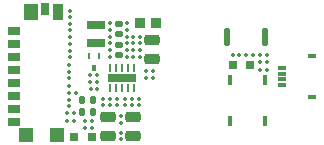
<source format=gbr>
%TF.GenerationSoftware,KiCad,Pcbnew,8.0.7*%
%TF.CreationDate,2025-01-03T20:06:20-08:00*%
%TF.ProjectId,Miniscope-v4-Wire-Free,4d696e69-7363-46f7-9065-2d76342d5769,rev?*%
%TF.SameCoordinates,Original*%
%TF.FileFunction,Paste,Top*%
%TF.FilePolarity,Positive*%
%FSLAX46Y46*%
G04 Gerber Fmt 4.6, Leading zero omitted, Abs format (unit mm)*
G04 Created by KiCad (PCBNEW 8.0.7) date 2025-01-03 20:06:20*
%MOMM*%
%LPD*%
G01*
G04 APERTURE LIST*
G04 Aperture macros list*
%AMRoundRect*
0 Rectangle with rounded corners*
0 $1 Rounding radius*
0 $2 $3 $4 $5 $6 $7 $8 $9 X,Y pos of 4 corners*
0 Add a 4 corners polygon primitive as box body*
4,1,4,$2,$3,$4,$5,$6,$7,$8,$9,$2,$3,0*
0 Add four circle primitives for the rounded corners*
1,1,$1+$1,$2,$3*
1,1,$1+$1,$4,$5*
1,1,$1+$1,$6,$7*
1,1,$1+$1,$8,$9*
0 Add four rect primitives between the rounded corners*
20,1,$1+$1,$2,$3,$4,$5,0*
20,1,$1+$1,$4,$5,$6,$7,0*
20,1,$1+$1,$6,$7,$8,$9,0*
20,1,$1+$1,$8,$9,$2,$3,0*%
G04 Aperture macros list end*
%ADD10R,1.200000X1.150000*%
%ADD11R,1.200000X1.450000*%
%ADD12R,0.700000X1.000000*%
%ADD13R,0.900000X1.400000*%
%ADD14R,1.000000X0.700000*%
%ADD15RoundRect,0.145000X0.145000X0.170000X-0.145000X0.170000X-0.145000X-0.170000X0.145000X-0.170000X0*%
%ADD16RoundRect,0.077500X0.092500X-0.077500X0.092500X0.077500X-0.092500X0.077500X-0.092500X-0.077500X0*%
%ADD17RoundRect,0.077500X-0.077500X-0.092500X0.077500X-0.092500X0.077500X0.092500X-0.077500X0.092500X0*%
%ADD18RoundRect,0.077500X-0.092500X0.077500X-0.092500X-0.077500X0.092500X-0.077500X0.092500X0.077500X0*%
%ADD19RoundRect,0.077500X0.077500X0.092500X-0.077500X0.092500X-0.077500X-0.092500X0.077500X-0.092500X0*%
%ADD20RoundRect,0.232500X0.427500X-0.232500X0.427500X0.232500X-0.427500X0.232500X-0.427500X-0.232500X0*%
%ADD21RoundRect,0.145000X-0.170000X0.145000X-0.170000X-0.145000X0.170000X-0.145000X0.170000X0.145000X0*%
%ADD22RoundRect,0.222500X0.222500X0.237500X-0.222500X0.237500X-0.222500X-0.237500X0.222500X-0.237500X0*%
%ADD23R,1.500000X0.800000*%
%ADD24R,0.270000X0.640000*%
%ADD25R,2.390000X0.640000*%
%ADD26R,0.210000X0.490000*%
%ADD27R,0.300000X0.490000*%
%ADD28R,0.800000X0.300000*%
%ADD29R,0.800000X0.400000*%
%ADD30R,0.370000X0.810000*%
%ADD31RoundRect,0.137500X0.137500X0.612500X-0.137500X0.612500X-0.137500X-0.612500X0.137500X-0.612500X0*%
%ADD32R,0.800000X0.800000*%
%ADD33R,0.770000X0.710000*%
G04 APERTURE END LIST*
D10*
%TO.C,J1*%
X81300000Y-69425000D03*
X83890000Y-69425000D03*
D11*
X81740000Y-59025000D03*
D12*
X82890000Y-58800000D03*
D13*
X84040000Y-59000000D03*
D14*
X80250000Y-60650000D03*
X80250000Y-61750000D03*
X80250000Y-62850000D03*
X80250000Y-63950000D03*
X80250000Y-65050000D03*
X80250000Y-66150000D03*
X80250000Y-67250000D03*
X80250000Y-68350000D03*
%TD*%
D15*
%TO.C,C2*%
X86933200Y-67468000D03*
X86043200Y-67468000D03*
%TD*%
D16*
%TO.C,C3*%
X87807400Y-66918200D03*
X87807400Y-66368200D03*
%TD*%
%TO.C,C4*%
X90857000Y-66917500D03*
X90857000Y-66367500D03*
%TD*%
%TO.C,C5*%
X89307600Y-69800400D03*
X89307600Y-69250400D03*
%TD*%
D17*
%TO.C,C12*%
X98807800Y-62671200D03*
X99357800Y-62671200D03*
%TD*%
D16*
%TO.C,C13*%
X91424700Y-64614800D03*
X91424700Y-64064800D03*
%TD*%
%TO.C,C17*%
X88418600Y-62840800D03*
X88418600Y-62290800D03*
%TD*%
%TO.C,C42*%
X84950000Y-64105000D03*
X84950000Y-63555000D03*
%TD*%
D17*
%TO.C,C43*%
X84960000Y-65870000D03*
X85510000Y-65870000D03*
%TD*%
D18*
%TO.C,C45*%
X85038800Y-62316200D03*
X85038800Y-62866200D03*
%TD*%
D16*
%TO.C,C46*%
X85013400Y-61723200D03*
X85013400Y-61173200D03*
%TD*%
%TO.C,C47*%
X84962600Y-67006400D03*
X84962600Y-66456400D03*
%TD*%
D19*
%TO.C,R1*%
X86861000Y-68230000D03*
X86311000Y-68230000D03*
%TD*%
D17*
%TO.C,R2*%
X86311000Y-68843400D03*
X86861000Y-68843400D03*
%TD*%
D16*
%TO.C,R3*%
X88418600Y-66917500D03*
X88418600Y-66367500D03*
%TD*%
%TO.C,R5*%
X89026600Y-66917500D03*
X89026600Y-66367500D03*
%TD*%
%TO.C,R6*%
X89637800Y-66917500D03*
X89637800Y-66367500D03*
%TD*%
D19*
%TO.C,R7*%
X101699000Y-62671200D03*
X101149000Y-62671200D03*
%TD*%
D20*
%TO.C,L2*%
X90374400Y-69532600D03*
X90374400Y-67892600D03*
%TD*%
D16*
%TO.C,C18*%
X88418600Y-61702200D03*
X88418600Y-61152200D03*
%TD*%
%TO.C,C23*%
X90907800Y-61697800D03*
X90907800Y-61147800D03*
%TD*%
D18*
%TO.C,C29*%
X90907800Y-62290800D03*
X90907800Y-62840800D03*
%TD*%
D16*
%TO.C,C19*%
X90374400Y-61697800D03*
X90374400Y-61147800D03*
%TD*%
%TO.C,C22*%
X89841000Y-62840800D03*
X89841000Y-62290800D03*
%TD*%
D18*
%TO.C,C25*%
X90374400Y-62290800D03*
X90374400Y-62840800D03*
%TD*%
D21*
%TO.C,C26*%
X89129800Y-60025800D03*
X89129800Y-60915800D03*
%TD*%
D16*
%TO.C,C28*%
X89841000Y-61697800D03*
X89841000Y-61147800D03*
%TD*%
D21*
%TO.C,C35*%
X89129800Y-61816000D03*
X89129800Y-62706000D03*
%TD*%
D22*
%TO.C,L3*%
X92293400Y-59988400D03*
X90963400Y-59988400D03*
%TD*%
D16*
%TO.C,R11*%
X85013400Y-59460760D03*
X85013400Y-58910760D03*
%TD*%
D18*
%TO.C,R12*%
X85008320Y-60043600D03*
X85008320Y-60593600D03*
%TD*%
D19*
%TO.C,R13*%
X85337000Y-68230000D03*
X84787000Y-68230000D03*
%TD*%
%TO.C,R14*%
X85340800Y-67620400D03*
X84790800Y-67620400D03*
%TD*%
D23*
%TO.C,Y2*%
X87250200Y-61664800D03*
X87250200Y-60164800D03*
%TD*%
D20*
%TO.C,L5*%
X91988240Y-63028360D03*
X91988240Y-61388360D03*
%TD*%
D16*
%TO.C,C20*%
X88418600Y-60559200D03*
X88418600Y-60009200D03*
%TD*%
D15*
%TO.C,C1*%
X86933200Y-66502800D03*
X86043200Y-66502800D03*
%TD*%
D16*
%TO.C,R4*%
X90247400Y-66917500D03*
X90247400Y-66367500D03*
%TD*%
D24*
%TO.C,U3*%
X90434600Y-63757800D03*
X89934600Y-63757800D03*
X89434600Y-63757800D03*
X88934600Y-63757800D03*
X88434600Y-63757800D03*
X88434600Y-65437800D03*
X88934600Y-65437800D03*
X89434600Y-65437800D03*
X89934600Y-65437800D03*
X90434600Y-65437800D03*
D25*
X89434600Y-64597800D03*
%TD*%
D26*
%TO.C,Q1*%
X87472400Y-62746600D03*
X86672400Y-62746600D03*
D27*
X87072400Y-63756600D03*
%TD*%
D19*
%TO.C,C14*%
X87305500Y-65000200D03*
X86755500Y-65000200D03*
%TD*%
%TO.C,R10*%
X87318200Y-65584400D03*
X86768200Y-65584400D03*
%TD*%
%TO.C,R9*%
X87305500Y-64403300D03*
X86755500Y-64403300D03*
%TD*%
D20*
%TO.C,L1*%
X88215400Y-69532600D03*
X88215400Y-67892600D03*
%TD*%
D19*
%TO.C,R8*%
X100500800Y-62671200D03*
X99950800Y-62671200D03*
%TD*%
D28*
%TO.C,J3*%
X103000000Y-65250000D03*
X103000000Y-64750000D03*
X103000000Y-64250000D03*
X103000000Y-63750000D03*
D29*
X105500000Y-66250000D03*
X105500000Y-62750000D03*
%TD*%
D30*
%TO.C,U5*%
X101548000Y-64797000D03*
X98548000Y-64797000D03*
X98548000Y-68267000D03*
X101548000Y-68267000D03*
%TD*%
D17*
%TO.C,R15*%
X101144600Y-63915800D03*
X101694600Y-63915800D03*
%TD*%
D19*
%TO.C,R18*%
X101694600Y-63300000D03*
X101144600Y-63300000D03*
%TD*%
D31*
%TO.C,SW1*%
X101546000Y-61121800D03*
X98296000Y-61121800D03*
%TD*%
D32*
%TO.C,D3*%
X100270000Y-63560200D03*
X98810000Y-63560200D03*
%TD*%
D33*
%TO.C,D2*%
X85398800Y-69648400D03*
X86858800Y-69648400D03*
%TD*%
D18*
%TO.C,C24*%
X89841000Y-60000400D03*
X89841000Y-60550400D03*
%TD*%
%TO.C,C15*%
X92047000Y-64064800D03*
X92047000Y-64614800D03*
%TD*%
D16*
%TO.C,R20*%
X89303800Y-68424800D03*
X89303800Y-67874800D03*
%TD*%
%TO.C,R22*%
X84960000Y-65290000D03*
X84960000Y-64650000D03*
%TD*%
M02*

</source>
